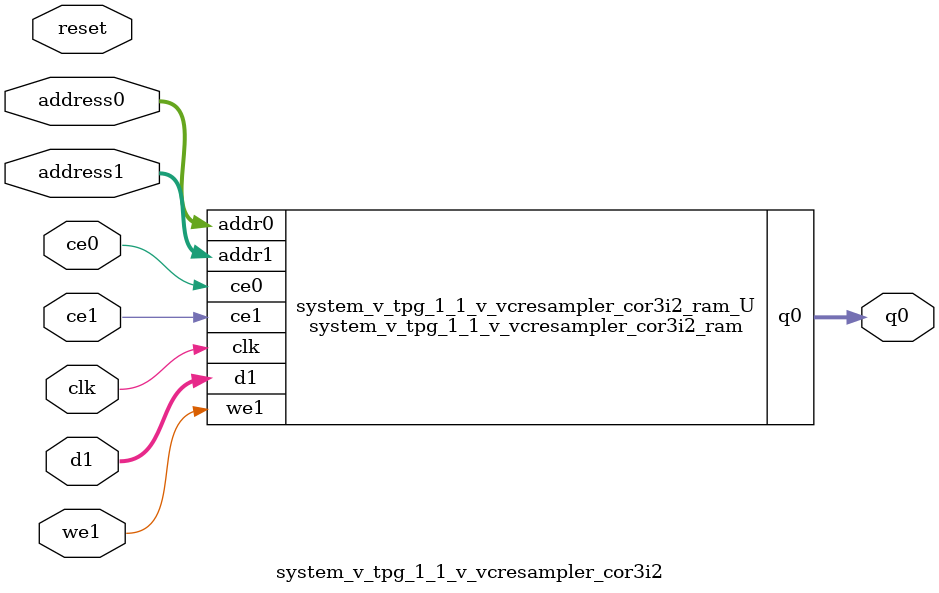
<source format=v>
`timescale 1 ns / 1 ps
module system_v_tpg_1_1_v_vcresampler_cor3i2_ram (addr0, ce0, q0, addr1, ce1, d1, we1,  clk);

parameter DWIDTH = 8;
parameter AWIDTH = 12;
parameter MEM_SIZE = 3840;

input[AWIDTH-1:0] addr0;
input ce0;
output reg[DWIDTH-1:0] q0;
input[AWIDTH-1:0] addr1;
input ce1;
input[DWIDTH-1:0] d1;
input we1;
input clk;

(* ram_style = "block" *)reg [DWIDTH-1:0] ram[0:MEM_SIZE-1];




always @(posedge clk)  
begin 
    if (ce0) begin
        q0 <= ram[addr0];
    end
end


always @(posedge clk)  
begin 
    if (ce1) begin
        if (we1) 
            ram[addr1] <= d1; 
    end
end


endmodule

`timescale 1 ns / 1 ps
module system_v_tpg_1_1_v_vcresampler_cor3i2(
    reset,
    clk,
    address0,
    ce0,
    q0,
    address1,
    ce1,
    we1,
    d1);

parameter DataWidth = 32'd8;
parameter AddressRange = 32'd3840;
parameter AddressWidth = 32'd12;
input reset;
input clk;
input[AddressWidth - 1:0] address0;
input ce0;
output[DataWidth - 1:0] q0;
input[AddressWidth - 1:0] address1;
input ce1;
input we1;
input[DataWidth - 1:0] d1;



system_v_tpg_1_1_v_vcresampler_cor3i2_ram system_v_tpg_1_1_v_vcresampler_cor3i2_ram_U(
    .clk( clk ),
    .addr0( address0 ),
    .ce0( ce0 ),
    .q0( q0 ),
    .addr1( address1 ),
    .ce1( ce1 ),
    .we1( we1 ),
    .d1( d1 ));

endmodule


</source>
